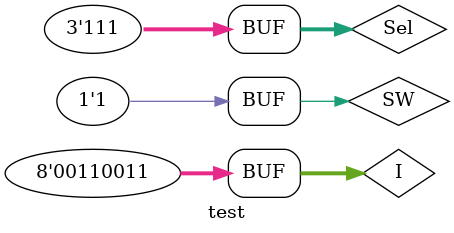
<source format=v>
`timescale 1ns / 1ps


module test;

	// Inputs
	reg [2:0] Sel;
	reg [7:0] I;
	reg SW;

	// Outputs
	wire [7:0] Out;

	// Instantiate the Unit Under Test (UUT)
	mux8to1 uut (
		.Out(Out), 
		.Sel(Sel), 
		.I(I), 
		.SW(SW)
	);

	initial begin
		// Initialize Inputs
		Sel = 0;
		I[7:0] = 0;
		SW = 0;

		// Wait 100 ns for global reset to finish
		#100;
			
			Sel = 3'd0;

		  I[0] = 1'b1;

		  I[1] = 1'b1;

		  I[2] = 1'b0;

		  I[3] = 1'b0;

		  I[4] = 1'b1;

		  I[5] = 1'b1;

		  I[6] = 1'b0;

		  I[7] = 1'b0;

  //Selection input generation
		#100;
  		SW = 1;
		#100;
		Sel = 1;
		#100;
		Sel = 2;
		#100;
		Sel = 3;
		#100;
		Sel = 4;
		#100;
		Sel = 5;
		#100;
		Sel = 6;
		#100;
		Sel = 7;	
        
		// Add stimulus here

	end
      
endmodule


</source>
